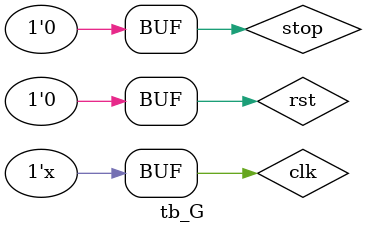
<source format=v>
`timescale 1 ps / 1 ps
module tb_G();
  reg stop,rst,clk;
  
  parameter N= 40; //variabled
  parameter Ba= 24;
  parameter Bb= 16;
  wire [Bb-1:0] in;
  wire [N*Ba-1:0] a_bus,x_bus,out_bus;
  wire [N*Bb-1:0] b_bus;
  wire [8:0] cntr; //variabled
  wire [Ba-1:0] out1;
  
  shiftregin #(Bb) SHRin( //SHRin and CE stop should be diffrent
    .in(in),.out(b_bus),.addr(6'b0),
    .stop(stop),.rst(rst),.clk(clk));
  calcengine CE( //SHRin and CE stop should be diffrent
    .a_bus(a_bus),.b_bus(b_bus),.x_bus(x_bus),
    .out_bus(out_bus),.acti_en(1'b0),.stop(stop),
    .rst(rst),.clk(clk));
  shiftregout #(Ba) SHRout(
    .ins(out_bus),.in({Ba{1'b0}}),.outs(x_bus),.out1(out1),.out2(),
    .addr1(6'b0),.addr2(6'b0),.mode(1'b0),
    .rst(rst),.clk(clk));
  weightbank WBank(
    .in({N*Ba{1'b0}}),.out(a_bus),.rdaddr(cntr),
    .wraddr(9'b0),.rst(rst),.wren(1'b0),.clk(clk));
  
  //TD rdaddress and wraddress : be variabled
  ram_in INP(
    .clock(clk),.data(16'b0),.rdaddress(cntr[7:0]),
    .wraddress(8'b0),.wren(1'b0),.q(in));
  
  counter #(9) CTR(
    .out(cntr),.clk(clk),.stop(1'b0),.rst(rst));
  
  
  initial begin
  clk = 1'b0;
  rst = 1'b0;
  stop = 1'b0;
  #300 rst = 1'b1;
  #100 rst = 1'b0;
  end
  
  always #50 clk = !clk;
endmodule
</source>
